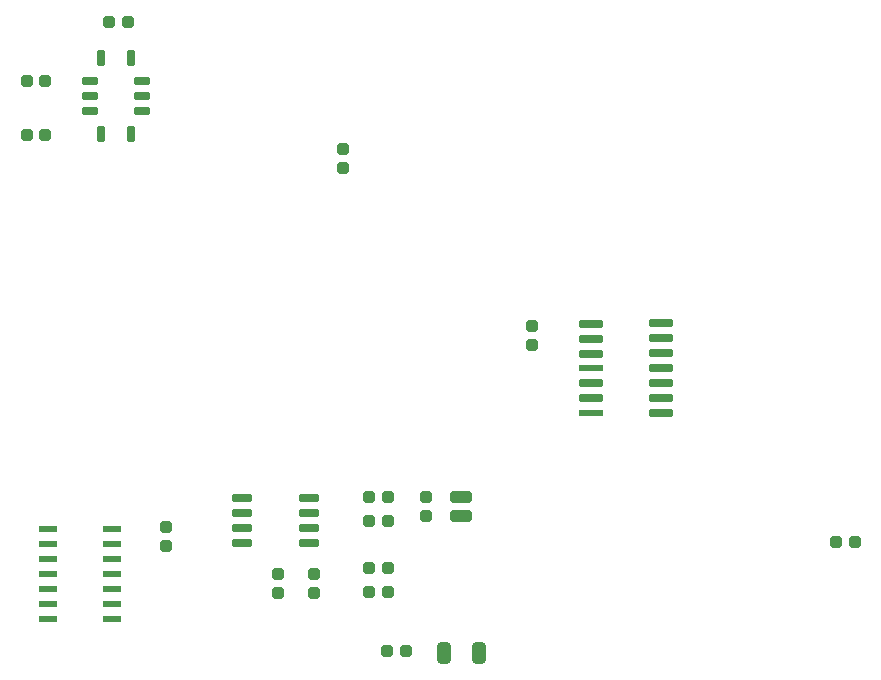
<source format=gbr>
%TF.GenerationSoftware,KiCad,Pcbnew,9.0.7-1.fc42*%
%TF.CreationDate,2026-02-03T17:10:45+01:00*%
%TF.ProjectId,air_sensor,6169725f-7365-46e7-936f-722e6b696361,rev?*%
%TF.SameCoordinates,Original*%
%TF.FileFunction,Paste,Top*%
%TF.FilePolarity,Positive*%
%FSLAX46Y46*%
G04 Gerber Fmt 4.6, Leading zero omitted, Abs format (unit mm)*
G04 Created by KiCad (PCBNEW 9.0.7-1.fc42) date 2026-02-03 17:10:45*
%MOMM*%
%LPD*%
G01*
G04 APERTURE LIST*
G04 Aperture macros list*
%AMRoundRect*
0 Rectangle with rounded corners*
0 $1 Rounding radius*
0 $2 $3 $4 $5 $6 $7 $8 $9 X,Y pos of 4 corners*
0 Add a 4 corners polygon primitive as box body*
4,1,4,$2,$3,$4,$5,$6,$7,$8,$9,$2,$3,0*
0 Add four circle primitives for the rounded corners*
1,1,$1+$1,$2,$3*
1,1,$1+$1,$4,$5*
1,1,$1+$1,$6,$7*
1,1,$1+$1,$8,$9*
0 Add four rect primitives between the rounded corners*
20,1,$1+$1,$2,$3,$4,$5,0*
20,1,$1+$1,$4,$5,$6,$7,0*
20,1,$1+$1,$6,$7,$8,$9,0*
20,1,$1+$1,$8,$9,$2,$3,0*%
G04 Aperture macros list end*
%ADD10RoundRect,0.250000X0.325000X0.650000X-0.325000X0.650000X-0.325000X-0.650000X0.325000X-0.650000X0*%
%ADD11RoundRect,0.142500X-0.357500X0.332500X-0.357500X-0.332500X0.357500X-0.332500X0.357500X0.332500X0*%
%ADD12RoundRect,0.090000X0.560000X-0.210000X0.560000X0.210000X-0.560000X0.210000X-0.560000X-0.210000X0*%
%ADD13RoundRect,0.090000X-0.210000X-0.560000X0.210000X-0.560000X0.210000X0.560000X-0.210000X0.560000X0*%
%ADD14RoundRect,0.082500X0.667500X-0.192500X0.667500X0.192500X-0.667500X0.192500X-0.667500X-0.192500X0*%
%ADD15RoundRect,0.142500X0.332500X0.357500X-0.332500X0.357500X-0.332500X-0.357500X0.332500X-0.357500X0*%
%ADD16RoundRect,0.142500X-0.332500X-0.357500X0.332500X-0.357500X0.332500X0.357500X-0.332500X0.357500X0*%
%ADD17RoundRect,0.142500X0.357500X-0.332500X0.357500X0.332500X-0.357500X0.332500X-0.357500X-0.332500X0*%
%ADD18RoundRect,0.090000X-0.947500X-0.210000X0.947500X-0.210000X0.947500X0.210000X-0.947500X0.210000X0*%
%ADD19RoundRect,0.088500X-0.949000X-0.206500X0.949000X-0.206500X0.949000X0.206500X-0.949000X0.206500X0*%
%ADD20RoundRect,0.091500X-0.946000X-0.213500X0.946000X-0.213500X0.946000X0.213500X-0.946000X0.213500X0*%
%ADD21RoundRect,0.090000X0.797500X0.210000X-0.797500X0.210000X-0.797500X-0.210000X0.797500X-0.210000X0*%
%ADD22RoundRect,0.150000X-0.750000X0.350000X-0.750000X-0.350000X0.750000X-0.350000X0.750000X0.350000X0*%
G04 APERTURE END LIST*
D10*
%TO.C,C16*%
X148475000Y-119910000D03*
X145525000Y-119910000D03*
%TD*%
D11*
%TO.C,C18*%
X153000000Y-92200000D03*
X153000000Y-93800000D03*
%TD*%
D12*
%TO.C,M1*%
X115560000Y-74000000D03*
X115560000Y-72750000D03*
X115560000Y-71500000D03*
D13*
X116510000Y-69560000D03*
X119050000Y-69560000D03*
D12*
X120000000Y-71500000D03*
X120000000Y-72750000D03*
X120000000Y-74000000D03*
D13*
X119050000Y-75940000D03*
X116510000Y-75940000D03*
%TD*%
D14*
%TO.C,U9*%
X117400000Y-117000000D03*
X117400000Y-115730000D03*
X117400000Y-114460000D03*
X117400000Y-113190000D03*
X117400000Y-111920000D03*
X117400000Y-110650000D03*
X117400000Y-109380000D03*
X112000000Y-109390000D03*
X112000000Y-110660000D03*
X112000000Y-111930000D03*
X112000000Y-113200000D03*
X112000000Y-114460000D03*
X112000000Y-115730000D03*
X112000000Y-117000000D03*
%TD*%
D15*
%TO.C,C15*%
X140800000Y-114700000D03*
X139200000Y-114700000D03*
%TD*%
D16*
%TO.C,R12*%
X117200000Y-66500000D03*
X118800000Y-66500000D03*
%TD*%
D17*
%TO.C,C32*%
X137000000Y-78800000D03*
X137000000Y-77200000D03*
%TD*%
D18*
%TO.C,U6*%
X158000000Y-92000000D03*
X158000000Y-93270000D03*
X158000000Y-94540000D03*
D19*
X158000000Y-95805000D03*
D18*
X158000000Y-97070000D03*
X158000000Y-98340000D03*
D19*
X158000000Y-99605000D03*
D18*
X163925000Y-99610000D03*
X163925000Y-98340000D03*
X163925000Y-97070000D03*
X163925000Y-95800000D03*
X163925000Y-94530000D03*
X163925000Y-93260000D03*
D20*
X163925000Y-91995000D03*
%TD*%
D11*
%TO.C,C13*%
X131500000Y-113200000D03*
X131500000Y-114800000D03*
%TD*%
%TO.C,R1*%
X144000000Y-106700000D03*
X144000000Y-108300000D03*
%TD*%
D21*
%TO.C,A1*%
X134100000Y-110590000D03*
X134100000Y-109320000D03*
X134100000Y-108050000D03*
X134100000Y-106780000D03*
X128475000Y-106780000D03*
X128475000Y-108050000D03*
X128475000Y-109320000D03*
X128475000Y-110590000D03*
%TD*%
D15*
%TO.C,R10*%
X111800000Y-71500000D03*
X110200000Y-71500000D03*
%TD*%
%TO.C,R4*%
X142300000Y-119700000D03*
X140700000Y-119700000D03*
%TD*%
%TO.C,R2*%
X140800000Y-106700000D03*
X139200000Y-106700000D03*
%TD*%
%TO.C,R5*%
X140800000Y-112700000D03*
X139200000Y-112700000D03*
%TD*%
D11*
%TO.C,C23*%
X122000000Y-109200000D03*
X122000000Y-110800000D03*
%TD*%
D15*
%TO.C,R3*%
X140800000Y-108700000D03*
X139200000Y-108700000D03*
%TD*%
%TO.C,R11*%
X111800000Y-76000000D03*
X110200000Y-76000000D03*
%TD*%
D22*
%TO.C,C12*%
X147000000Y-106700000D03*
X147000000Y-108300000D03*
%TD*%
D16*
%TO.C,R6*%
X178700000Y-110500000D03*
X180300000Y-110500000D03*
%TD*%
D11*
%TO.C,C14*%
X134500000Y-113200000D03*
X134500000Y-114800000D03*
%TD*%
M02*

</source>
